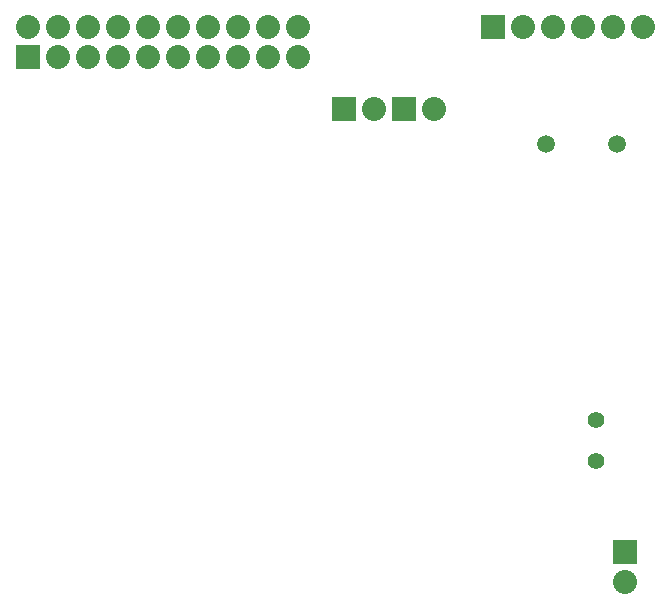
<source format=gbs>
G04 (created by PCBNEW-RS274X (2011-05-25)-stable) date Sat 05 Nov 2011 21:28:24 CET*
G01*
G70*
G90*
%MOIN*%
G04 Gerber Fmt 3.4, Leading zero omitted, Abs format*
%FSLAX34Y34*%
G04 APERTURE LIST*
%ADD10C,0.006000*%
%ADD11R,0.080000X0.080000*%
%ADD12C,0.080000*%
%ADD13C,0.055400*%
%ADD14C,0.059400*%
G04 APERTURE END LIST*
G54D10*
G54D11*
X42200Y-36200D03*
G54D12*
X43200Y-36200D03*
X44200Y-36200D03*
X45200Y-36200D03*
X46200Y-36200D03*
X47200Y-36200D03*
G54D13*
X45650Y-50689D03*
X45650Y-49311D03*
G54D11*
X46600Y-53700D03*
G54D12*
X46600Y-54700D03*
G54D11*
X26700Y-37200D03*
G54D12*
X26700Y-36200D03*
X27700Y-37200D03*
X27700Y-36200D03*
X28700Y-37200D03*
X28700Y-36200D03*
X29700Y-37200D03*
X29700Y-36200D03*
X30700Y-37200D03*
X30700Y-36200D03*
X31700Y-37200D03*
X31700Y-36200D03*
X32700Y-37200D03*
X32700Y-36200D03*
X33700Y-37200D03*
X33700Y-36200D03*
X34700Y-37200D03*
X34700Y-36200D03*
X35700Y-37200D03*
X35700Y-36200D03*
G54D11*
X37250Y-38950D03*
G54D12*
X38250Y-38950D03*
G54D11*
X39250Y-38950D03*
G54D12*
X40250Y-38950D03*
G54D14*
X46331Y-40100D03*
X43969Y-40100D03*
M02*

</source>
